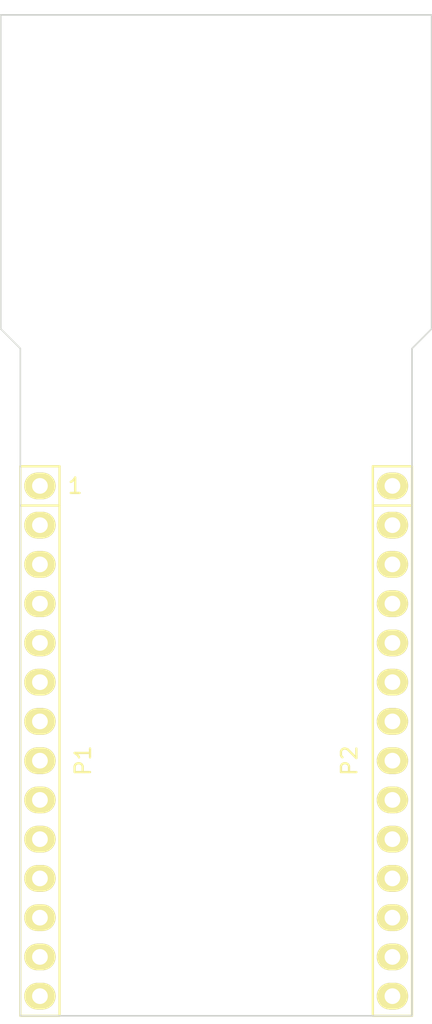
<source format=kicad_pcb>
(kicad_pcb (version 20221018) (generator pcbnew)
  (title_block (date "sam. 04 avril 2015"))
  (layers (0 "F.Cu" signal) (31 "B.Cu" signal) (34 "B.Paste" user) (35 "F.Paste" user) (36 "B.SilkS" user "B.Silkscreen") (37 "F.SilkS" user "F.Silkscreen") (38 "B.Mask" user) (39 "F.Mask" user) (44 "Edge.Cuts" user))
  (net 0 "")
  (net 1 "GND")
  (net 2 "/2")
  (net 3 "/3(**)")
  (net 4 "/4")
  (net 5 "/5(**)")
  (net 6 "/6(**)")
  (net 7 "/7")
  (net 8 "/8")
  (net 9 "/9(**)")
  (net 10 "/11(**/MOSI)")
  (net 11 "/12(MISO)")
  (net 12 "/AREF")
  (net 13 "/RxI")
  (net 14 "/TxO")
  (net 15 "/DTR")
  (net 16 "/A0")
  (net 17 "/A1")
  (net 18 "/A2")
  (net 19 "/A3")
  (net 20 "/A4(SDA)")
  (net 21 "/A5(SCL)")
  (net 22 "/A6")
  (net 23 "/A7")
  (net 24 "+3V3")
  (net 25 "/10(**/SS)")
  (net 26 "/13(SCK)")
  (footprint "Socket_Arduino_Fio:Socket_Strip_Straight_1x14" (layer "F.Cu") (at 130.048 92.456 -90)
    (fp_text reference "P1" (at 17.78 -2.794 270) (layer "F.SilkS"))
    (fp_text value "Digital")
    (fp_line (start -1.27 -1.27) (end -1.27 1.27) (stroke (width 0.15)) (layer "F.SilkS"))
    (fp_line (start -1.27 -1.27) (end 1.27 -1.27) (stroke (width 0.15)) (layer "F.SilkS"))
    (fp_line (start -1.27 1.27) (end 1.27 1.27) (stroke (width 0.15)) (layer "F.SilkS"))
    (fp_line (start 1.27 -1.27) (end 34.29 -1.27) (stroke (width 0.15)) (layer "F.SilkS"))
    (fp_line (start 1.27 1.27) (end 1.27 -1.27) (stroke (width 0.15)) (layer "F.SilkS"))
    (fp_line (start 34.29 -1.27) (end 34.29 1.27) (stroke (width 0.15)) (layer "F.SilkS"))
    (fp_line (start 34.29 1.27) (end 1.27 1.27) (stroke (width 0.15)) (layer "F.SilkS"))
    (pad "1" thru_hole oval locked (at 0 0 270) (size 1.7272 2.032) (drill 1.016) (layers "*.Cu" "*.Mask" "F.SilkS") (net 24 "+3V3"))
    (pad "2" thru_hole oval locked (at 2.54 0 270) (size 1.7272 2.032) (drill 1.016) (layers "*.Cu" "*.Mask" "F.SilkS") (net 1 "GND"))
    (pad "3" thru_hole oval locked (at 5.08 0 270) (size 1.7272 2.032) (drill 1.016) (layers "*.Cu" "*.Mask" "F.SilkS") (net 2 "/2"))
    (pad "4" thru_hole oval locked (at 7.62 0 270) (size 1.7272 2.032) (drill 1.016) (layers "*.Cu" "*.Mask" "F.SilkS") (net 3 "/3(**)"))
    (pad "5" thru_hole oval locked (at 10.16 0 270) (size 1.7272 2.032) (drill 1.016) (layers "*.Cu" "*.Mask" "F.SilkS") (net 4 "/4"))
    (pad "6" thru_hole oval locked (at 12.7 0 270) (size 1.7272 2.032) (drill 1.016) (layers "*.Cu" "*.Mask" "F.SilkS") (net 5 "/5(**)"))
    (pad "7" thru_hole oval locked (at 15.24 0 270) (size 1.7272 2.032) (drill 1.016) (layers "*.Cu" "*.Mask" "F.SilkS") (net 6 "/6(**)"))
    (pad "8" thru_hole oval locked (at 17.78 0 270) (size 1.7272 2.032) (drill 1.016) (layers "*.Cu" "*.Mask" "F.SilkS") (net 7 "/7"))
    (pad "9" thru_hole oval locked (at 20.32 0 270) (size 1.7272 2.032) (drill 1.016) (layers "*.Cu" "*.Mask" "F.SilkS") (net 8 "/8"))
    (pad "10" thru_hole oval locked (at 22.86 0 270) (size 1.7272 2.032) (drill 1.016) (layers "*.Cu" "*.Mask" "F.SilkS") (net 9 "/9(**)"))
    (pad "11" thru_hole oval locked (at 25.4 0 270) (size 1.7272 2.032) (drill 1.016) (layers "*.Cu" "*.Mask" "F.SilkS") (net 25 "/10(**/SS)"))
    (pad "12" thru_hole oval locked (at 27.94 0 270) (size 1.7272 2.032) (drill 1.016) (layers "*.Cu" "*.Mask" "F.SilkS") (net 10 "/11(**/MOSI)"))
    (pad "13" thru_hole oval locked (at 30.48 0 270) (size 1.7272 2.032) (drill 1.016) (layers "*.Cu" "*.Mask" "F.SilkS") (net 11 "/12(MISO)"))
    (pad "14" thru_hole oval locked (at 33.02 0 270) (size 1.7272 2.032) (drill 1.016) (layers "*.Cu" "*.Mask" "F.SilkS") (net 26 "/13(SCK)"))
  )
  (footprint "Socket_Arduino_Fio:Socket_Strip_Straight_1x14" (layer "F.Cu") (at 152.908 92.456 -90)
    (fp_text reference "P2" (at 17.78 2.794 270) (layer "F.SilkS"))
    (fp_text value "Analog")
    (fp_line (start -1.27 -1.27) (end -1.27 1.27) (stroke (width 0.15)) (layer "F.SilkS"))
    (fp_line (start -1.27 -1.27) (end 1.27 -1.27) (stroke (width 0.15)) (layer "F.SilkS"))
    (fp_line (start -1.27 1.27) (end 1.27 1.27) (stroke (width 0.15)) (layer "F.SilkS"))
    (fp_line (start 1.27 -1.27) (end 34.29 -1.27) (stroke (width 0.15)) (layer "F.SilkS"))
    (fp_line (start 1.27 1.27) (end 1.27 -1.27) (stroke (width 0.15)) (layer "F.SilkS"))
    (fp_line (start 34.29 -1.27) (end 34.29 1.27) (stroke (width 0.15)) (layer "F.SilkS"))
    (fp_line (start 34.29 1.27) (end 1.27 1.27) (stroke (width 0.15)) (layer "F.SilkS"))
    (pad "1" thru_hole oval locked (at 0 0 270) (size 1.7272 2.032) (drill 1.016) (layers "*.Cu" "*.Mask" "F.SilkS") (net 1 "GND"))
    (pad "2" thru_hole oval locked (at 2.54 0 270) (size 1.7272 2.032) (drill 1.016) (layers "*.Cu" "*.Mask" "F.SilkS") (net 12 "/AREF"))
    (pad "3" thru_hole oval locked (at 5.08 0 270) (size 1.7272 2.032) (drill 1.016) (layers "*.Cu" "*.Mask" "F.SilkS") (net 24 "+3V3"))
    (pad "4" thru_hole oval locked (at 7.62 0 270) (size 1.7272 2.032) (drill 1.016) (layers "*.Cu" "*.Mask" "F.SilkS") (net 13 "/RxI"))
    (pad "5" thru_hole oval locked (at 10.16 0 270) (size 1.7272 2.032) (drill 1.016) (layers "*.Cu" "*.Mask" "F.SilkS") (net 14 "/TxO"))
    (pad "6" thru_hole oval locked (at 12.7 0 270) (size 1.7272 2.032) (drill 1.016) (layers "*.Cu" "*.Mask" "F.SilkS") (net 15 "/DTR"))
    (pad "7" thru_hole oval locked (at 15.24 0 270) (size 1.7272 2.032) (drill 1.016) (layers "*.Cu" "*.Mask" "F.SilkS") (net 16 "/A0"))
    (pad "8" thru_hole oval locked (at 17.78 0 270) (size 1.7272 2.032) (drill 1.016) (layers "*.Cu" "*.Mask" "F.SilkS") (net 17 "/A1"))
    (pad "9" thru_hole oval locked (at 20.32 0 270) (size 1.7272 2.032) (drill 1.016) (layers "*.Cu" "*.Mask" "F.SilkS") (net 18 "/A2"))
    (pad "10" thru_hole oval locked (at 22.86 0 270) (size 1.7272 2.032) (drill 1.016) (layers "*.Cu" "*.Mask" "F.SilkS") (net 19 "/A3"))
    (pad "11" thru_hole oval locked (at 25.4 0 270) (size 1.7272 2.032) (drill 1.016) (layers "*.Cu" "*.Mask" "F.SilkS") (net 20 "/A4(SDA)"))
    (pad "12" thru_hole oval locked (at 27.94 0 270) (size 1.7272 2.032) (drill 1.016) (layers "*.Cu" "*.Mask" "F.SilkS") (net 21 "/A5(SCL)"))
    (pad "13" thru_hole oval locked (at 30.48 0 270) (size 1.7272 2.032) (drill 1.016) (layers "*.Cu" "*.Mask" "F.SilkS") (net 22 "/A6"))
    (pad "14" thru_hole oval locked (at 33.02 0 270) (size 1.7272 2.032) (drill 1.016) (layers "*.Cu" "*.Mask" "F.SilkS") (net 23 "/A7"))
  )
  (gr_line (start 127.508 82.296) (end 128.778 83.566) (stroke (width 0.1)) (layer "Edge.Cuts"))
  (gr_line (start 155.448 61.976) (end 127.508 61.976) (stroke (width 0.1)) (layer "Edge.Cuts"))
  (gr_line (start 154.178 126.746) (end 154.178 83.566) (stroke (width 0.1)) (layer "Edge.Cuts"))
  (gr_line (start 154.178 83.566) (end 155.448 82.296) (stroke (width 0.1)) (layer "Edge.Cuts"))
  (gr_line (start 155.448 82.296) (end 155.448 61.976) (stroke (width 0.1)) (layer "Edge.Cuts"))
  (gr_line (start 128.778 83.566) (end 128.778 126.746) (stroke (width 0.1)) (layer "Edge.Cuts"))
  (gr_line (start 127.508 61.976) (end 127.508 82.296) (stroke (width 0.1)) (layer "Edge.Cuts"))
  (gr_line (start 128.778 126.746) (end 154.178 126.746) (stroke (width 0.1)) (layer "Edge.Cuts"))
  (gr_text "1\n" (at 132.334 92.456) (layer "F.SilkS") (effects (font (size 1 1))))
)
</source>
